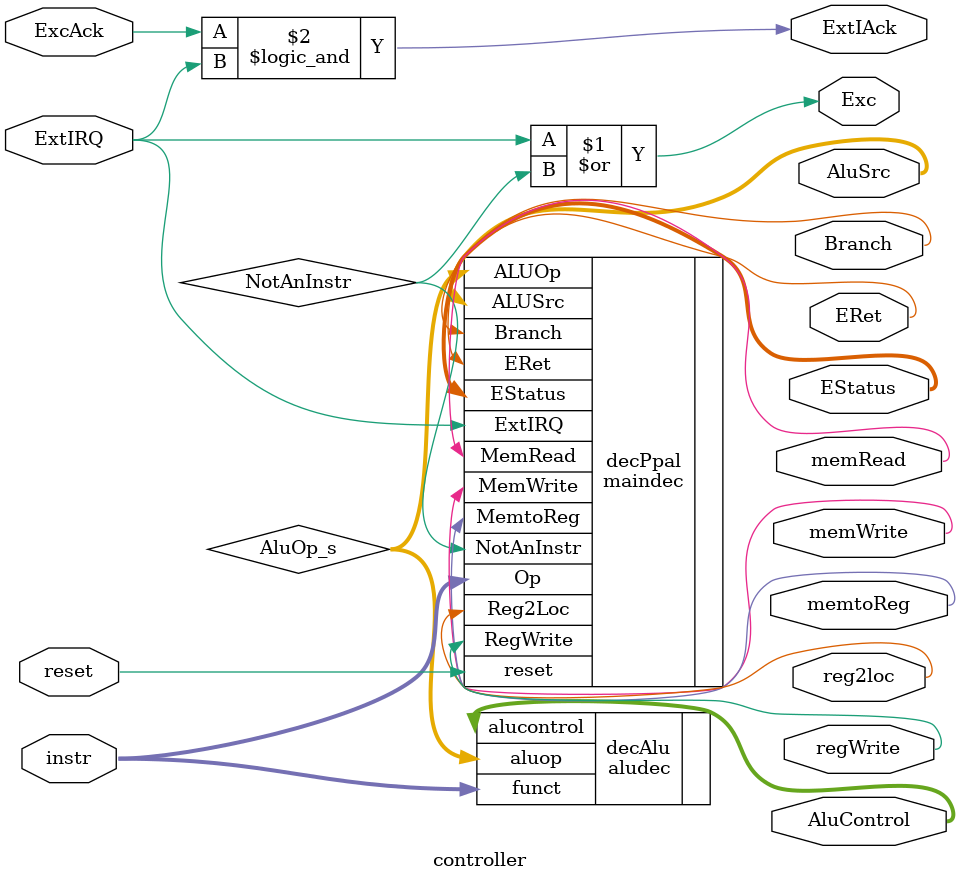
<source format=sv>

module controller (
    input logic [10:0] instr,
    input logic reset,
    ExtIRQ,
    ExcAck,
    output logic [1:0] AluSrc,
    output logic [3:0] AluControl,
    EStatus,
    output logic reg2loc,
    regWrite,
    Branch,
    memtoReg,
    memRead,
    memWrite,
    ExtIAck,
    ERet,
    Exc
);

  logic [1:0] AluOp_s;
  logic NotAnInstr;

  maindec decPpal (
      .Op(instr),
      .Reg2Loc(reg2loc),
      .ALUSrc(AluSrc),
      .MemtoReg(memtoReg),
      .RegWrite(regWrite),
      .MemRead(memRead),
      .MemWrite(memWrite),
      .Branch(Branch),
      .ALUOp(AluOp_s),
      .reset(reset),
      .ExtIRQ(ExtIRQ),
      .NotAnInstr(NotAnInstr),
      .EStatus(EStatus),
      .ERet(ERet)
  );


  aludec decAlu (
      .funct(instr),
      .aluop(AluOp_s),
      .alucontrol(AluControl)
  );

  assign Exc = ExtIRQ | NotAnInstr;
  assign ExtIAck = ExcAck && ExtIRQ;

endmodule

</source>
